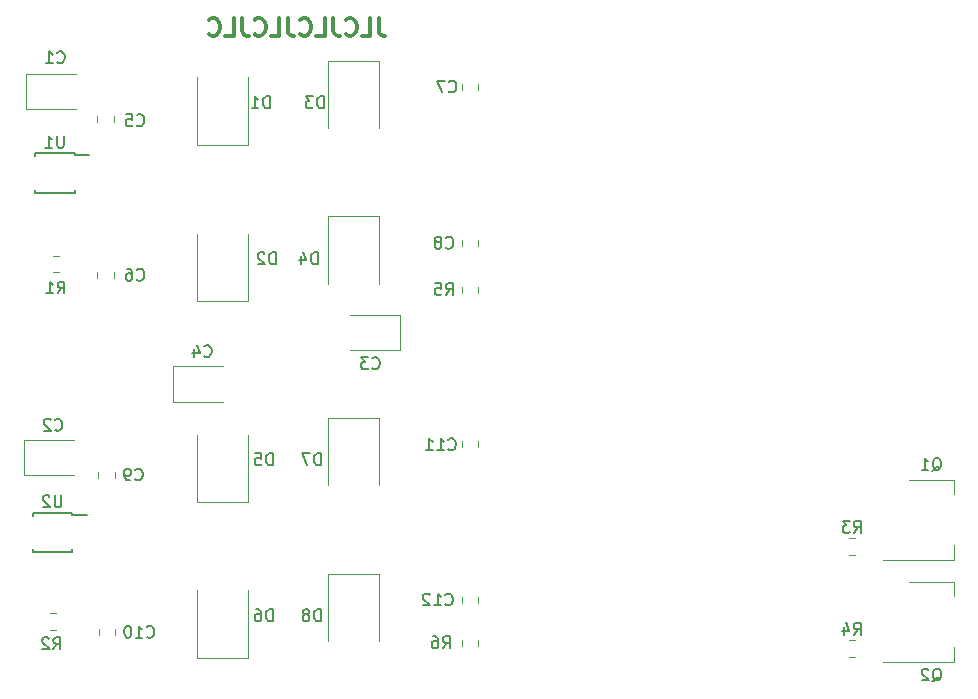
<source format=gbr>
%TF.GenerationSoftware,KiCad,Pcbnew,5.1.2-5.1.2*%
%TF.CreationDate,2019-08-03T11:47:28+02:00*%
%TF.ProjectId,TestDriverV2,54657374-4472-4697-9665-7256322e6b69,Rev 2*%
%TF.SameCoordinates,Original*%
%TF.FileFunction,Legend,Bot*%
%TF.FilePolarity,Positive*%
%FSLAX46Y46*%
G04 Gerber Fmt 4.6, Leading zero omitted, Abs format (unit mm)*
G04 Created by KiCad (PCBNEW 5.1.2-5.1.2) date 2019-08-03 11:47:28*
%MOMM*%
%LPD*%
G04 APERTURE LIST*
%ADD10C,0.300000*%
%ADD11C,0.120000*%
%ADD12C,0.150000*%
G04 APERTURE END LIST*
D10*
X78810571Y-101032571D02*
X78810571Y-102104000D01*
X78882000Y-102318285D01*
X79024857Y-102461142D01*
X79239142Y-102532571D01*
X79382000Y-102532571D01*
X77382000Y-102532571D02*
X78096285Y-102532571D01*
X78096285Y-101032571D01*
X76024857Y-102389714D02*
X76096285Y-102461142D01*
X76310571Y-102532571D01*
X76453428Y-102532571D01*
X76667714Y-102461142D01*
X76810571Y-102318285D01*
X76882000Y-102175428D01*
X76953428Y-101889714D01*
X76953428Y-101675428D01*
X76882000Y-101389714D01*
X76810571Y-101246857D01*
X76667714Y-101104000D01*
X76453428Y-101032571D01*
X76310571Y-101032571D01*
X76096285Y-101104000D01*
X76024857Y-101175428D01*
X74953428Y-101032571D02*
X74953428Y-102104000D01*
X75024857Y-102318285D01*
X75167714Y-102461142D01*
X75382000Y-102532571D01*
X75524857Y-102532571D01*
X73524857Y-102532571D02*
X74239142Y-102532571D01*
X74239142Y-101032571D01*
X72167714Y-102389714D02*
X72239142Y-102461142D01*
X72453428Y-102532571D01*
X72596285Y-102532571D01*
X72810571Y-102461142D01*
X72953428Y-102318285D01*
X73024857Y-102175428D01*
X73096285Y-101889714D01*
X73096285Y-101675428D01*
X73024857Y-101389714D01*
X72953428Y-101246857D01*
X72810571Y-101104000D01*
X72596285Y-101032571D01*
X72453428Y-101032571D01*
X72239142Y-101104000D01*
X72167714Y-101175428D01*
X71096285Y-101032571D02*
X71096285Y-102104000D01*
X71167714Y-102318285D01*
X71310571Y-102461142D01*
X71524857Y-102532571D01*
X71667714Y-102532571D01*
X69667714Y-102532571D02*
X70382000Y-102532571D01*
X70382000Y-101032571D01*
X68310571Y-102389714D02*
X68382000Y-102461142D01*
X68596285Y-102532571D01*
X68739142Y-102532571D01*
X68953428Y-102461142D01*
X69096285Y-102318285D01*
X69167714Y-102175428D01*
X69239142Y-101889714D01*
X69239142Y-101675428D01*
X69167714Y-101389714D01*
X69096285Y-101246857D01*
X68953428Y-101104000D01*
X68739142Y-101032571D01*
X68596285Y-101032571D01*
X68382000Y-101104000D01*
X68310571Y-101175428D01*
X67239142Y-101032571D02*
X67239142Y-102104000D01*
X67310571Y-102318285D01*
X67453428Y-102461142D01*
X67667714Y-102532571D01*
X67810571Y-102532571D01*
X65810571Y-102532571D02*
X66524857Y-102532571D01*
X66524857Y-101032571D01*
X64453428Y-102389714D02*
X64524857Y-102461142D01*
X64739142Y-102532571D01*
X64881999Y-102532571D01*
X65096285Y-102461142D01*
X65239142Y-102318285D01*
X65310571Y-102175428D01*
X65381999Y-101889714D01*
X65381999Y-101675428D01*
X65310571Y-101389714D01*
X65239142Y-101246857D01*
X65096285Y-101104000D01*
X64881999Y-101032571D01*
X64739142Y-101032571D01*
X64524857Y-101104000D01*
X64453428Y-101175428D01*
D11*
X48975000Y-105742000D02*
X53185000Y-105742000D01*
X48975000Y-108762000D02*
X48975000Y-105742000D01*
X53185000Y-108762000D02*
X48975000Y-108762000D01*
X48784500Y-136730000D02*
X52994500Y-136730000D01*
X48784500Y-139750000D02*
X48784500Y-136730000D01*
X52994500Y-139750000D02*
X48784500Y-139750000D01*
X76368500Y-126125000D02*
X80578500Y-126125000D01*
X80578500Y-126125000D02*
X80578500Y-129145000D01*
X80578500Y-129145000D02*
X76368500Y-129145000D01*
X65631000Y-133526000D02*
X61421000Y-133526000D01*
X61421000Y-133526000D02*
X61421000Y-130506000D01*
X61421000Y-130506000D02*
X65631000Y-130506000D01*
X54979500Y-109810578D02*
X54979500Y-109293422D01*
X56399500Y-109810578D02*
X56399500Y-109293422D01*
X56399500Y-123052578D02*
X56399500Y-122535422D01*
X54979500Y-123052578D02*
X54979500Y-122535422D01*
X85840500Y-106611422D02*
X85840500Y-107128578D01*
X87260500Y-106611422D02*
X87260500Y-107128578D01*
X87260500Y-119835422D02*
X87260500Y-120352578D01*
X85840500Y-119835422D02*
X85840500Y-120352578D01*
X55043000Y-139973578D02*
X55043000Y-139456422D01*
X56463000Y-139973578D02*
X56463000Y-139456422D01*
X55106500Y-153293578D02*
X55106500Y-152776422D01*
X56526500Y-153293578D02*
X56526500Y-152776422D01*
X85840500Y-136853422D02*
X85840500Y-137370578D01*
X87260500Y-136853422D02*
X87260500Y-137370578D01*
X85840500Y-150045422D02*
X85840500Y-150562578D01*
X87260500Y-150045422D02*
X87260500Y-150562578D01*
X67745500Y-111754000D02*
X67745500Y-106054000D01*
X63445500Y-111754000D02*
X63445500Y-106054000D01*
X67745500Y-111754000D02*
X63445500Y-111754000D01*
X67745500Y-124971000D02*
X63445500Y-124971000D01*
X63445500Y-124971000D02*
X63445500Y-119271000D01*
X67745500Y-124971000D02*
X67745500Y-119271000D01*
X74558000Y-104654000D02*
X74558000Y-110354000D01*
X78858000Y-104654000D02*
X78858000Y-110354000D01*
X74558000Y-104654000D02*
X78858000Y-104654000D01*
X74558000Y-117808000D02*
X78858000Y-117808000D01*
X78858000Y-117808000D02*
X78858000Y-123508000D01*
X74558000Y-117808000D02*
X74558000Y-123508000D01*
X67745500Y-141989000D02*
X67745500Y-136289000D01*
X63445500Y-141989000D02*
X63445500Y-136289000D01*
X67745500Y-141989000D02*
X63445500Y-141989000D01*
X67745500Y-155188000D02*
X63445500Y-155188000D01*
X63445500Y-155188000D02*
X63445500Y-149488000D01*
X67745500Y-155188000D02*
X67745500Y-149488000D01*
X74558000Y-134880000D02*
X74558000Y-140580000D01*
X78858000Y-134880000D02*
X78858000Y-140580000D01*
X74558000Y-134880000D02*
X78858000Y-134880000D01*
X74558000Y-148088000D02*
X78858000Y-148088000D01*
X78858000Y-148088000D02*
X78858000Y-153788000D01*
X74558000Y-148088000D02*
X74558000Y-153788000D01*
X127513000Y-140100000D02*
X127513000Y-141360000D01*
X127513000Y-146920000D02*
X127513000Y-145660000D01*
X123753000Y-140100000D02*
X127513000Y-140100000D01*
X121503000Y-146920000D02*
X127513000Y-146920000D01*
X121503000Y-155556000D02*
X127513000Y-155556000D01*
X123753000Y-148736000D02*
X127513000Y-148736000D01*
X127513000Y-155556000D02*
X127513000Y-154296000D01*
X127513000Y-148736000D02*
X127513000Y-149996000D01*
X51716178Y-121146000D02*
X51199022Y-121146000D01*
X51716178Y-122566000D02*
X51199022Y-122566000D01*
X51500278Y-152823000D02*
X50983122Y-152823000D01*
X51500278Y-151403000D02*
X50983122Y-151403000D01*
X119130578Y-145086000D02*
X118613422Y-145086000D01*
X119130578Y-146506000D02*
X118613422Y-146506000D01*
X119130578Y-155142000D02*
X118613422Y-155142000D01*
X119130578Y-153722000D02*
X118613422Y-153722000D01*
X87260500Y-124274578D02*
X87260500Y-123757422D01*
X85840500Y-124274578D02*
X85840500Y-123757422D01*
X85840500Y-154182578D02*
X85840500Y-153665422D01*
X87260500Y-154182578D02*
X87260500Y-153665422D01*
D12*
X53069000Y-112650000D02*
X54319000Y-112650000D01*
X53069000Y-115825000D02*
X49719000Y-115825000D01*
X53069000Y-112475000D02*
X49719000Y-112475000D01*
X53069000Y-115825000D02*
X53069000Y-115575000D01*
X49719000Y-115825000D02*
X49719000Y-115575000D01*
X49719000Y-112475000D02*
X49719000Y-112725000D01*
X53069000Y-112475000D02*
X53069000Y-112650000D01*
X52856000Y-142915000D02*
X52856000Y-143090000D01*
X49506000Y-142915000D02*
X49506000Y-143165000D01*
X49506000Y-146265000D02*
X49506000Y-146015000D01*
X52856000Y-146265000D02*
X52856000Y-146015000D01*
X52856000Y-142915000D02*
X49506000Y-142915000D01*
X52856000Y-146265000D02*
X49506000Y-146265000D01*
X52856000Y-143090000D02*
X54106000Y-143090000D01*
X51601666Y-104751642D02*
X51649285Y-104799261D01*
X51792142Y-104846880D01*
X51887380Y-104846880D01*
X52030238Y-104799261D01*
X52125476Y-104704023D01*
X52173095Y-104608785D01*
X52220714Y-104418309D01*
X52220714Y-104275452D01*
X52173095Y-104084976D01*
X52125476Y-103989738D01*
X52030238Y-103894500D01*
X51887380Y-103846880D01*
X51792142Y-103846880D01*
X51649285Y-103894500D01*
X51601666Y-103942119D01*
X50649285Y-104846880D02*
X51220714Y-104846880D01*
X50935000Y-104846880D02*
X50935000Y-103846880D01*
X51030238Y-103989738D01*
X51125476Y-104084976D01*
X51220714Y-104132595D01*
X51411166Y-135866642D02*
X51458785Y-135914261D01*
X51601642Y-135961880D01*
X51696880Y-135961880D01*
X51839738Y-135914261D01*
X51934976Y-135819023D01*
X51982595Y-135723785D01*
X52030214Y-135533309D01*
X52030214Y-135390452D01*
X51982595Y-135199976D01*
X51934976Y-135104738D01*
X51839738Y-135009500D01*
X51696880Y-134961880D01*
X51601642Y-134961880D01*
X51458785Y-135009500D01*
X51411166Y-135057119D01*
X51030214Y-135057119D02*
X50982595Y-135009500D01*
X50887357Y-134961880D01*
X50649261Y-134961880D01*
X50554023Y-135009500D01*
X50506404Y-135057119D01*
X50458785Y-135152357D01*
X50458785Y-135247595D01*
X50506404Y-135390452D01*
X51077833Y-135961880D01*
X50458785Y-135961880D01*
X78285166Y-130659142D02*
X78332785Y-130706761D01*
X78475642Y-130754380D01*
X78570880Y-130754380D01*
X78713738Y-130706761D01*
X78808976Y-130611523D01*
X78856595Y-130516285D01*
X78904214Y-130325809D01*
X78904214Y-130182952D01*
X78856595Y-129992476D01*
X78808976Y-129897238D01*
X78713738Y-129802000D01*
X78570880Y-129754380D01*
X78475642Y-129754380D01*
X78332785Y-129802000D01*
X78285166Y-129849619D01*
X77951833Y-129754380D02*
X77332785Y-129754380D01*
X77666119Y-130135333D01*
X77523261Y-130135333D01*
X77428023Y-130182952D01*
X77380404Y-130230571D01*
X77332785Y-130325809D01*
X77332785Y-130563904D01*
X77380404Y-130659142D01*
X77428023Y-130706761D01*
X77523261Y-130754380D01*
X77808976Y-130754380D01*
X77904214Y-130706761D01*
X77951833Y-130659142D01*
X64047666Y-129642642D02*
X64095285Y-129690261D01*
X64238142Y-129737880D01*
X64333380Y-129737880D01*
X64476238Y-129690261D01*
X64571476Y-129595023D01*
X64619095Y-129499785D01*
X64666714Y-129309309D01*
X64666714Y-129166452D01*
X64619095Y-128975976D01*
X64571476Y-128880738D01*
X64476238Y-128785500D01*
X64333380Y-128737880D01*
X64238142Y-128737880D01*
X64095285Y-128785500D01*
X64047666Y-128833119D01*
X63190523Y-129071214D02*
X63190523Y-129737880D01*
X63428619Y-128690261D02*
X63666714Y-129404547D01*
X63047666Y-129404547D01*
X58332666Y-110084642D02*
X58380285Y-110132261D01*
X58523142Y-110179880D01*
X58618380Y-110179880D01*
X58761238Y-110132261D01*
X58856476Y-110037023D01*
X58904095Y-109941785D01*
X58951714Y-109751309D01*
X58951714Y-109608452D01*
X58904095Y-109417976D01*
X58856476Y-109322738D01*
X58761238Y-109227500D01*
X58618380Y-109179880D01*
X58523142Y-109179880D01*
X58380285Y-109227500D01*
X58332666Y-109275119D01*
X57427904Y-109179880D02*
X57904095Y-109179880D01*
X57951714Y-109656071D01*
X57904095Y-109608452D01*
X57808857Y-109560833D01*
X57570761Y-109560833D01*
X57475523Y-109608452D01*
X57427904Y-109656071D01*
X57380285Y-109751309D01*
X57380285Y-109989404D01*
X57427904Y-110084642D01*
X57475523Y-110132261D01*
X57570761Y-110179880D01*
X57808857Y-110179880D01*
X57904095Y-110132261D01*
X57951714Y-110084642D01*
X58332666Y-123151142D02*
X58380285Y-123198761D01*
X58523142Y-123246380D01*
X58618380Y-123246380D01*
X58761238Y-123198761D01*
X58856476Y-123103523D01*
X58904095Y-123008285D01*
X58951714Y-122817809D01*
X58951714Y-122674952D01*
X58904095Y-122484476D01*
X58856476Y-122389238D01*
X58761238Y-122294000D01*
X58618380Y-122246380D01*
X58523142Y-122246380D01*
X58380285Y-122294000D01*
X58332666Y-122341619D01*
X57475523Y-122246380D02*
X57666000Y-122246380D01*
X57761238Y-122294000D01*
X57808857Y-122341619D01*
X57904095Y-122484476D01*
X57951714Y-122674952D01*
X57951714Y-123055904D01*
X57904095Y-123151142D01*
X57856476Y-123198761D01*
X57761238Y-123246380D01*
X57570761Y-123246380D01*
X57475523Y-123198761D01*
X57427904Y-123151142D01*
X57380285Y-123055904D01*
X57380285Y-122817809D01*
X57427904Y-122722571D01*
X57475523Y-122674952D01*
X57570761Y-122627333D01*
X57761238Y-122627333D01*
X57856476Y-122674952D01*
X57904095Y-122722571D01*
X57951714Y-122817809D01*
X84748666Y-107227142D02*
X84796285Y-107274761D01*
X84939142Y-107322380D01*
X85034380Y-107322380D01*
X85177238Y-107274761D01*
X85272476Y-107179523D01*
X85320095Y-107084285D01*
X85367714Y-106893809D01*
X85367714Y-106750952D01*
X85320095Y-106560476D01*
X85272476Y-106465238D01*
X85177238Y-106370000D01*
X85034380Y-106322380D01*
X84939142Y-106322380D01*
X84796285Y-106370000D01*
X84748666Y-106417619D01*
X84415333Y-106322380D02*
X83748666Y-106322380D01*
X84177238Y-107322380D01*
X84494666Y-120451142D02*
X84542285Y-120498761D01*
X84685142Y-120546380D01*
X84780380Y-120546380D01*
X84923238Y-120498761D01*
X85018476Y-120403523D01*
X85066095Y-120308285D01*
X85113714Y-120117809D01*
X85113714Y-119974952D01*
X85066095Y-119784476D01*
X85018476Y-119689238D01*
X84923238Y-119594000D01*
X84780380Y-119546380D01*
X84685142Y-119546380D01*
X84542285Y-119594000D01*
X84494666Y-119641619D01*
X83923238Y-119974952D02*
X84018476Y-119927333D01*
X84066095Y-119879714D01*
X84113714Y-119784476D01*
X84113714Y-119736857D01*
X84066095Y-119641619D01*
X84018476Y-119594000D01*
X83923238Y-119546380D01*
X83732761Y-119546380D01*
X83637523Y-119594000D01*
X83589904Y-119641619D01*
X83542285Y-119736857D01*
X83542285Y-119784476D01*
X83589904Y-119879714D01*
X83637523Y-119927333D01*
X83732761Y-119974952D01*
X83923238Y-119974952D01*
X84018476Y-120022571D01*
X84066095Y-120070190D01*
X84113714Y-120165428D01*
X84113714Y-120355904D01*
X84066095Y-120451142D01*
X84018476Y-120498761D01*
X83923238Y-120546380D01*
X83732761Y-120546380D01*
X83637523Y-120498761D01*
X83589904Y-120451142D01*
X83542285Y-120355904D01*
X83542285Y-120165428D01*
X83589904Y-120070190D01*
X83637523Y-120022571D01*
X83732761Y-119974952D01*
X58205666Y-140072142D02*
X58253285Y-140119761D01*
X58396142Y-140167380D01*
X58491380Y-140167380D01*
X58634238Y-140119761D01*
X58729476Y-140024523D01*
X58777095Y-139929285D01*
X58824714Y-139738809D01*
X58824714Y-139595952D01*
X58777095Y-139405476D01*
X58729476Y-139310238D01*
X58634238Y-139215000D01*
X58491380Y-139167380D01*
X58396142Y-139167380D01*
X58253285Y-139215000D01*
X58205666Y-139262619D01*
X57729476Y-140167380D02*
X57539000Y-140167380D01*
X57443761Y-140119761D01*
X57396142Y-140072142D01*
X57300904Y-139929285D01*
X57253285Y-139738809D01*
X57253285Y-139357857D01*
X57300904Y-139262619D01*
X57348523Y-139215000D01*
X57443761Y-139167380D01*
X57634238Y-139167380D01*
X57729476Y-139215000D01*
X57777095Y-139262619D01*
X57824714Y-139357857D01*
X57824714Y-139595952D01*
X57777095Y-139691190D01*
X57729476Y-139738809D01*
X57634238Y-139786428D01*
X57443761Y-139786428D01*
X57348523Y-139738809D01*
X57300904Y-139691190D01*
X57253285Y-139595952D01*
X59189857Y-153392142D02*
X59237476Y-153439761D01*
X59380333Y-153487380D01*
X59475571Y-153487380D01*
X59618428Y-153439761D01*
X59713666Y-153344523D01*
X59761285Y-153249285D01*
X59808904Y-153058809D01*
X59808904Y-152915952D01*
X59761285Y-152725476D01*
X59713666Y-152630238D01*
X59618428Y-152535000D01*
X59475571Y-152487380D01*
X59380333Y-152487380D01*
X59237476Y-152535000D01*
X59189857Y-152582619D01*
X58237476Y-153487380D02*
X58808904Y-153487380D01*
X58523190Y-153487380D02*
X58523190Y-152487380D01*
X58618428Y-152630238D01*
X58713666Y-152725476D01*
X58808904Y-152773095D01*
X57618428Y-152487380D02*
X57523190Y-152487380D01*
X57427952Y-152535000D01*
X57380333Y-152582619D01*
X57332714Y-152677857D01*
X57285095Y-152868333D01*
X57285095Y-153106428D01*
X57332714Y-153296904D01*
X57380333Y-153392142D01*
X57427952Y-153439761D01*
X57523190Y-153487380D01*
X57618428Y-153487380D01*
X57713666Y-153439761D01*
X57761285Y-153392142D01*
X57808904Y-153296904D01*
X57856523Y-153106428D01*
X57856523Y-152868333D01*
X57808904Y-152677857D01*
X57761285Y-152582619D01*
X57713666Y-152535000D01*
X57618428Y-152487380D01*
X84716857Y-137517642D02*
X84764476Y-137565261D01*
X84907333Y-137612880D01*
X85002571Y-137612880D01*
X85145428Y-137565261D01*
X85240666Y-137470023D01*
X85288285Y-137374785D01*
X85335904Y-137184309D01*
X85335904Y-137041452D01*
X85288285Y-136850976D01*
X85240666Y-136755738D01*
X85145428Y-136660500D01*
X85002571Y-136612880D01*
X84907333Y-136612880D01*
X84764476Y-136660500D01*
X84716857Y-136708119D01*
X83764476Y-137612880D02*
X84335904Y-137612880D01*
X84050190Y-137612880D02*
X84050190Y-136612880D01*
X84145428Y-136755738D01*
X84240666Y-136850976D01*
X84335904Y-136898595D01*
X82812095Y-137612880D02*
X83383523Y-137612880D01*
X83097809Y-137612880D02*
X83097809Y-136612880D01*
X83193047Y-136755738D01*
X83288285Y-136850976D01*
X83383523Y-136898595D01*
X84462857Y-150661142D02*
X84510476Y-150708761D01*
X84653333Y-150756380D01*
X84748571Y-150756380D01*
X84891428Y-150708761D01*
X84986666Y-150613523D01*
X85034285Y-150518285D01*
X85081904Y-150327809D01*
X85081904Y-150184952D01*
X85034285Y-149994476D01*
X84986666Y-149899238D01*
X84891428Y-149804000D01*
X84748571Y-149756380D01*
X84653333Y-149756380D01*
X84510476Y-149804000D01*
X84462857Y-149851619D01*
X83510476Y-150756380D02*
X84081904Y-150756380D01*
X83796190Y-150756380D02*
X83796190Y-149756380D01*
X83891428Y-149899238D01*
X83986666Y-149994476D01*
X84081904Y-150042095D01*
X83129523Y-149851619D02*
X83081904Y-149804000D01*
X82986666Y-149756380D01*
X82748571Y-149756380D01*
X82653333Y-149804000D01*
X82605714Y-149851619D01*
X82558095Y-149946857D01*
X82558095Y-150042095D01*
X82605714Y-150184952D01*
X83177142Y-150756380D01*
X82558095Y-150756380D01*
X69572095Y-108656380D02*
X69572095Y-107656380D01*
X69334000Y-107656380D01*
X69191142Y-107704000D01*
X69095904Y-107799238D01*
X69048285Y-107894476D01*
X69000666Y-108084952D01*
X69000666Y-108227809D01*
X69048285Y-108418285D01*
X69095904Y-108513523D01*
X69191142Y-108608761D01*
X69334000Y-108656380D01*
X69572095Y-108656380D01*
X68048285Y-108656380D02*
X68619714Y-108656380D01*
X68334000Y-108656380D02*
X68334000Y-107656380D01*
X68429238Y-107799238D01*
X68524476Y-107894476D01*
X68619714Y-107942095D01*
X70080095Y-121873380D02*
X70080095Y-120873380D01*
X69842000Y-120873380D01*
X69699142Y-120921000D01*
X69603904Y-121016238D01*
X69556285Y-121111476D01*
X69508666Y-121301952D01*
X69508666Y-121444809D01*
X69556285Y-121635285D01*
X69603904Y-121730523D01*
X69699142Y-121825761D01*
X69842000Y-121873380D01*
X70080095Y-121873380D01*
X69127714Y-120968619D02*
X69080095Y-120921000D01*
X68984857Y-120873380D01*
X68746761Y-120873380D01*
X68651523Y-120921000D01*
X68603904Y-120968619D01*
X68556285Y-121063857D01*
X68556285Y-121159095D01*
X68603904Y-121301952D01*
X69175333Y-121873380D01*
X68556285Y-121873380D01*
X74144095Y-108656380D02*
X74144095Y-107656380D01*
X73906000Y-107656380D01*
X73763142Y-107704000D01*
X73667904Y-107799238D01*
X73620285Y-107894476D01*
X73572666Y-108084952D01*
X73572666Y-108227809D01*
X73620285Y-108418285D01*
X73667904Y-108513523D01*
X73763142Y-108608761D01*
X73906000Y-108656380D01*
X74144095Y-108656380D01*
X73239333Y-107656380D02*
X72620285Y-107656380D01*
X72953619Y-108037333D01*
X72810761Y-108037333D01*
X72715523Y-108084952D01*
X72667904Y-108132571D01*
X72620285Y-108227809D01*
X72620285Y-108465904D01*
X72667904Y-108561142D01*
X72715523Y-108608761D01*
X72810761Y-108656380D01*
X73096476Y-108656380D01*
X73191714Y-108608761D01*
X73239333Y-108561142D01*
X73636095Y-121864880D02*
X73636095Y-120864880D01*
X73398000Y-120864880D01*
X73255142Y-120912500D01*
X73159904Y-121007738D01*
X73112285Y-121102976D01*
X73064666Y-121293452D01*
X73064666Y-121436309D01*
X73112285Y-121626785D01*
X73159904Y-121722023D01*
X73255142Y-121817261D01*
X73398000Y-121864880D01*
X73636095Y-121864880D01*
X72207523Y-121198214D02*
X72207523Y-121864880D01*
X72445619Y-120817261D02*
X72683714Y-121531547D01*
X72064666Y-121531547D01*
X69826095Y-138882380D02*
X69826095Y-137882380D01*
X69588000Y-137882380D01*
X69445142Y-137930000D01*
X69349904Y-138025238D01*
X69302285Y-138120476D01*
X69254666Y-138310952D01*
X69254666Y-138453809D01*
X69302285Y-138644285D01*
X69349904Y-138739523D01*
X69445142Y-138834761D01*
X69588000Y-138882380D01*
X69826095Y-138882380D01*
X68349904Y-137882380D02*
X68826095Y-137882380D01*
X68873714Y-138358571D01*
X68826095Y-138310952D01*
X68730857Y-138263333D01*
X68492761Y-138263333D01*
X68397523Y-138310952D01*
X68349904Y-138358571D01*
X68302285Y-138453809D01*
X68302285Y-138691904D01*
X68349904Y-138787142D01*
X68397523Y-138834761D01*
X68492761Y-138882380D01*
X68730857Y-138882380D01*
X68826095Y-138834761D01*
X68873714Y-138787142D01*
X69826095Y-152090380D02*
X69826095Y-151090380D01*
X69588000Y-151090380D01*
X69445142Y-151138000D01*
X69349904Y-151233238D01*
X69302285Y-151328476D01*
X69254666Y-151518952D01*
X69254666Y-151661809D01*
X69302285Y-151852285D01*
X69349904Y-151947523D01*
X69445142Y-152042761D01*
X69588000Y-152090380D01*
X69826095Y-152090380D01*
X68397523Y-151090380D02*
X68588000Y-151090380D01*
X68683238Y-151138000D01*
X68730857Y-151185619D01*
X68826095Y-151328476D01*
X68873714Y-151518952D01*
X68873714Y-151899904D01*
X68826095Y-151995142D01*
X68778476Y-152042761D01*
X68683238Y-152090380D01*
X68492761Y-152090380D01*
X68397523Y-152042761D01*
X68349904Y-151995142D01*
X68302285Y-151899904D01*
X68302285Y-151661809D01*
X68349904Y-151566571D01*
X68397523Y-151518952D01*
X68492761Y-151471333D01*
X68683238Y-151471333D01*
X68778476Y-151518952D01*
X68826095Y-151566571D01*
X68873714Y-151661809D01*
X73890095Y-138882380D02*
X73890095Y-137882380D01*
X73652000Y-137882380D01*
X73509142Y-137930000D01*
X73413904Y-138025238D01*
X73366285Y-138120476D01*
X73318666Y-138310952D01*
X73318666Y-138453809D01*
X73366285Y-138644285D01*
X73413904Y-138739523D01*
X73509142Y-138834761D01*
X73652000Y-138882380D01*
X73890095Y-138882380D01*
X72985333Y-137882380D02*
X72318666Y-137882380D01*
X72747238Y-138882380D01*
X73890095Y-152090380D02*
X73890095Y-151090380D01*
X73652000Y-151090380D01*
X73509142Y-151138000D01*
X73413904Y-151233238D01*
X73366285Y-151328476D01*
X73318666Y-151518952D01*
X73318666Y-151661809D01*
X73366285Y-151852285D01*
X73413904Y-151947523D01*
X73509142Y-152042761D01*
X73652000Y-152090380D01*
X73890095Y-152090380D01*
X72747238Y-151518952D02*
X72842476Y-151471333D01*
X72890095Y-151423714D01*
X72937714Y-151328476D01*
X72937714Y-151280857D01*
X72890095Y-151185619D01*
X72842476Y-151138000D01*
X72747238Y-151090380D01*
X72556761Y-151090380D01*
X72461523Y-151138000D01*
X72413904Y-151185619D01*
X72366285Y-151280857D01*
X72366285Y-151328476D01*
X72413904Y-151423714D01*
X72461523Y-151471333D01*
X72556761Y-151518952D01*
X72747238Y-151518952D01*
X72842476Y-151566571D01*
X72890095Y-151614190D01*
X72937714Y-151709428D01*
X72937714Y-151899904D01*
X72890095Y-151995142D01*
X72842476Y-152042761D01*
X72747238Y-152090380D01*
X72556761Y-152090380D01*
X72461523Y-152042761D01*
X72413904Y-151995142D01*
X72366285Y-151899904D01*
X72366285Y-151709428D01*
X72413904Y-151614190D01*
X72461523Y-151566571D01*
X72556761Y-151518952D01*
X125698238Y-139358619D02*
X125793476Y-139311000D01*
X125888714Y-139215761D01*
X126031571Y-139072904D01*
X126126809Y-139025285D01*
X126222047Y-139025285D01*
X126174428Y-139263380D02*
X126269666Y-139215761D01*
X126364904Y-139120523D01*
X126412523Y-138930047D01*
X126412523Y-138596714D01*
X126364904Y-138406238D01*
X126269666Y-138311000D01*
X126174428Y-138263380D01*
X125983952Y-138263380D01*
X125888714Y-138311000D01*
X125793476Y-138406238D01*
X125745857Y-138596714D01*
X125745857Y-138930047D01*
X125793476Y-139120523D01*
X125888714Y-139215761D01*
X125983952Y-139263380D01*
X126174428Y-139263380D01*
X124793476Y-139263380D02*
X125364904Y-139263380D01*
X125079190Y-139263380D02*
X125079190Y-138263380D01*
X125174428Y-138406238D01*
X125269666Y-138501476D01*
X125364904Y-138549095D01*
X125698238Y-157193619D02*
X125793476Y-157146000D01*
X125888714Y-157050761D01*
X126031571Y-156907904D01*
X126126809Y-156860285D01*
X126222047Y-156860285D01*
X126174428Y-157098380D02*
X126269666Y-157050761D01*
X126364904Y-156955523D01*
X126412523Y-156765047D01*
X126412523Y-156431714D01*
X126364904Y-156241238D01*
X126269666Y-156146000D01*
X126174428Y-156098380D01*
X125983952Y-156098380D01*
X125888714Y-156146000D01*
X125793476Y-156241238D01*
X125745857Y-156431714D01*
X125745857Y-156765047D01*
X125793476Y-156955523D01*
X125888714Y-157050761D01*
X125983952Y-157098380D01*
X126174428Y-157098380D01*
X125364904Y-156193619D02*
X125317285Y-156146000D01*
X125222047Y-156098380D01*
X124983952Y-156098380D01*
X124888714Y-156146000D01*
X124841095Y-156193619D01*
X124793476Y-156288857D01*
X124793476Y-156384095D01*
X124841095Y-156526952D01*
X125412523Y-157098380D01*
X124793476Y-157098380D01*
X51624266Y-124340380D02*
X51957600Y-123864190D01*
X52195695Y-124340380D02*
X52195695Y-123340380D01*
X51814742Y-123340380D01*
X51719504Y-123388000D01*
X51671885Y-123435619D01*
X51624266Y-123530857D01*
X51624266Y-123673714D01*
X51671885Y-123768952D01*
X51719504Y-123816571D01*
X51814742Y-123864190D01*
X52195695Y-123864190D01*
X50671885Y-124340380D02*
X51243314Y-124340380D01*
X50957600Y-124340380D02*
X50957600Y-123340380D01*
X51052838Y-123483238D01*
X51148076Y-123578476D01*
X51243314Y-123626095D01*
X51281366Y-154470380D02*
X51614700Y-153994190D01*
X51852795Y-154470380D02*
X51852795Y-153470380D01*
X51471842Y-153470380D01*
X51376604Y-153518000D01*
X51328985Y-153565619D01*
X51281366Y-153660857D01*
X51281366Y-153803714D01*
X51328985Y-153898952D01*
X51376604Y-153946571D01*
X51471842Y-153994190D01*
X51852795Y-153994190D01*
X50900414Y-153565619D02*
X50852795Y-153518000D01*
X50757557Y-153470380D01*
X50519461Y-153470380D01*
X50424223Y-153518000D01*
X50376604Y-153565619D01*
X50328985Y-153660857D01*
X50328985Y-153756095D01*
X50376604Y-153898952D01*
X50948033Y-154470380D01*
X50328985Y-154470380D01*
X119038666Y-144598380D02*
X119372000Y-144122190D01*
X119610095Y-144598380D02*
X119610095Y-143598380D01*
X119229142Y-143598380D01*
X119133904Y-143646000D01*
X119086285Y-143693619D01*
X119038666Y-143788857D01*
X119038666Y-143931714D01*
X119086285Y-144026952D01*
X119133904Y-144074571D01*
X119229142Y-144122190D01*
X119610095Y-144122190D01*
X118705333Y-143598380D02*
X118086285Y-143598380D01*
X118419619Y-143979333D01*
X118276761Y-143979333D01*
X118181523Y-144026952D01*
X118133904Y-144074571D01*
X118086285Y-144169809D01*
X118086285Y-144407904D01*
X118133904Y-144503142D01*
X118181523Y-144550761D01*
X118276761Y-144598380D01*
X118562476Y-144598380D01*
X118657714Y-144550761D01*
X118705333Y-144503142D01*
X119038666Y-153234380D02*
X119372000Y-152758190D01*
X119610095Y-153234380D02*
X119610095Y-152234380D01*
X119229142Y-152234380D01*
X119133904Y-152282000D01*
X119086285Y-152329619D01*
X119038666Y-152424857D01*
X119038666Y-152567714D01*
X119086285Y-152662952D01*
X119133904Y-152710571D01*
X119229142Y-152758190D01*
X119610095Y-152758190D01*
X118181523Y-152567714D02*
X118181523Y-153234380D01*
X118419619Y-152186761D02*
X118657714Y-152901047D01*
X118038666Y-152901047D01*
X84494666Y-124468380D02*
X84828000Y-123992190D01*
X85066095Y-124468380D02*
X85066095Y-123468380D01*
X84685142Y-123468380D01*
X84589904Y-123516000D01*
X84542285Y-123563619D01*
X84494666Y-123658857D01*
X84494666Y-123801714D01*
X84542285Y-123896952D01*
X84589904Y-123944571D01*
X84685142Y-123992190D01*
X85066095Y-123992190D01*
X83589904Y-123468380D02*
X84066095Y-123468380D01*
X84113714Y-123944571D01*
X84066095Y-123896952D01*
X83970857Y-123849333D01*
X83732761Y-123849333D01*
X83637523Y-123896952D01*
X83589904Y-123944571D01*
X83542285Y-124039809D01*
X83542285Y-124277904D01*
X83589904Y-124373142D01*
X83637523Y-124420761D01*
X83732761Y-124468380D01*
X83970857Y-124468380D01*
X84066095Y-124420761D01*
X84113714Y-124373142D01*
X84240666Y-154376380D02*
X84574000Y-153900190D01*
X84812095Y-154376380D02*
X84812095Y-153376380D01*
X84431142Y-153376380D01*
X84335904Y-153424000D01*
X84288285Y-153471619D01*
X84240666Y-153566857D01*
X84240666Y-153709714D01*
X84288285Y-153804952D01*
X84335904Y-153852571D01*
X84431142Y-153900190D01*
X84812095Y-153900190D01*
X83383523Y-153376380D02*
X83574000Y-153376380D01*
X83669238Y-153424000D01*
X83716857Y-153471619D01*
X83812095Y-153614476D01*
X83859714Y-153804952D01*
X83859714Y-154185904D01*
X83812095Y-154281142D01*
X83764476Y-154328761D01*
X83669238Y-154376380D01*
X83478761Y-154376380D01*
X83383523Y-154328761D01*
X83335904Y-154281142D01*
X83288285Y-154185904D01*
X83288285Y-153947809D01*
X83335904Y-153852571D01*
X83383523Y-153804952D01*
X83478761Y-153757333D01*
X83669238Y-153757333D01*
X83764476Y-153804952D01*
X83812095Y-153852571D01*
X83859714Y-153947809D01*
X52155904Y-111002380D02*
X52155904Y-111811904D01*
X52108285Y-111907142D01*
X52060666Y-111954761D01*
X51965428Y-112002380D01*
X51774952Y-112002380D01*
X51679714Y-111954761D01*
X51632095Y-111907142D01*
X51584476Y-111811904D01*
X51584476Y-111002380D01*
X50584476Y-112002380D02*
X51155904Y-112002380D01*
X50870190Y-112002380D02*
X50870190Y-111002380D01*
X50965428Y-111145238D01*
X51060666Y-111240476D01*
X51155904Y-111288095D01*
X51942904Y-141442380D02*
X51942904Y-142251904D01*
X51895285Y-142347142D01*
X51847666Y-142394761D01*
X51752428Y-142442380D01*
X51561952Y-142442380D01*
X51466714Y-142394761D01*
X51419095Y-142347142D01*
X51371476Y-142251904D01*
X51371476Y-141442380D01*
X50942904Y-141537619D02*
X50895285Y-141490000D01*
X50800047Y-141442380D01*
X50561952Y-141442380D01*
X50466714Y-141490000D01*
X50419095Y-141537619D01*
X50371476Y-141632857D01*
X50371476Y-141728095D01*
X50419095Y-141870952D01*
X50990523Y-142442380D01*
X50371476Y-142442380D01*
M02*

</source>
